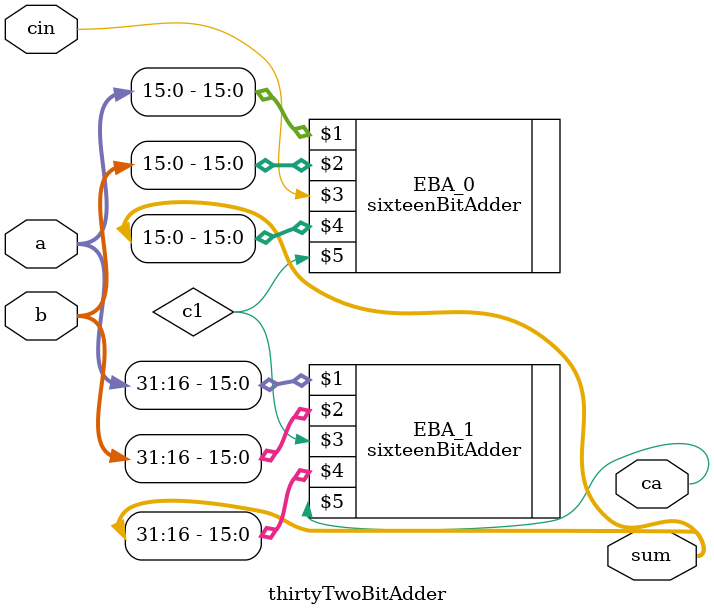
<source format=v>
`include "sixteenBitAdder.v"

module thirtyTwoBitAdder(a, b, cin, sum, ca);
input [31:0] a, b;
input cin;

output [31:0] sum;
output ca;

wire c1;

sixteenBitAdder EBA_0(a[15:0], b[15:0], cin, sum[15:0], c1);
sixteenBitAdder EBA_1(a[31:16], b[31:16], c1, sum[31:16], ca);

endmodule

</source>
